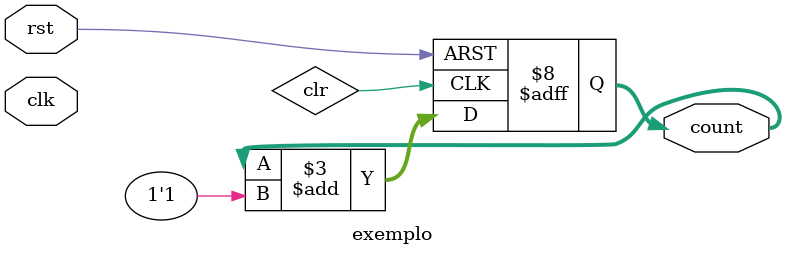
<source format=v>
module exemplo (clk, rst, count);
    input clk, rst;
    output[2:0]count;
        reg sinal;
        always@(posedge clr or posedge rst)begin
            if(rst == 1'b1)begin
                count <= 3'h0; sinal <= 0;
            end else begin
                count <= count + 1'b1;
                if(count == 3'd5)begin
                    sinal <= 1'b1;
                end else begin
                    sinal <= 1'b0;
                end

            end
        end
endmodule
</source>
